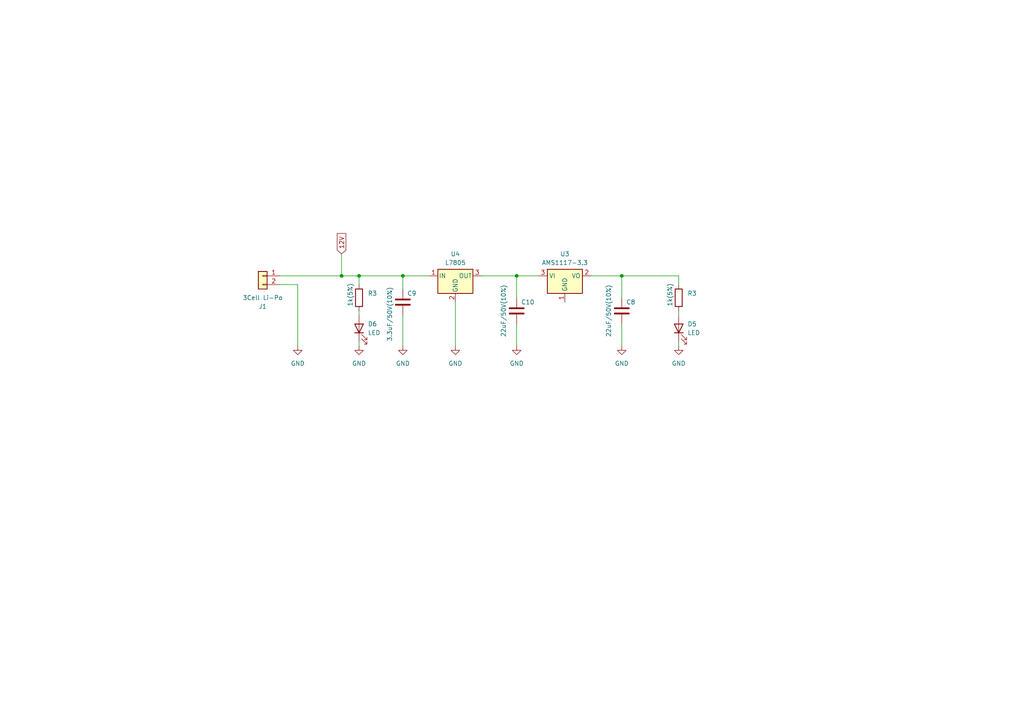
<source format=kicad_sch>
(kicad_sch (version 20230121) (generator eeschema)

  (uuid bc6c991c-d519-4b4e-943d-c4c7503527e5)

  (paper "A4")

  (lib_symbols
    (symbol "Connector_Generic:Conn_01x02" (pin_names (offset 1.016) hide) (in_bom yes) (on_board yes)
      (property "Reference" "J" (at 0 2.54 0)
        (effects (font (size 1.27 1.27)))
      )
      (property "Value" "Conn_01x02" (at 0 -5.08 0)
        (effects (font (size 1.27 1.27)))
      )
      (property "Footprint" "" (at 0 0 0)
        (effects (font (size 1.27 1.27)) hide)
      )
      (property "Datasheet" "~" (at 0 0 0)
        (effects (font (size 1.27 1.27)) hide)
      )
      (property "ki_keywords" "connector" (at 0 0 0)
        (effects (font (size 1.27 1.27)) hide)
      )
      (property "ki_description" "Generic connector, single row, 01x02, script generated (kicad-library-utils/schlib/autogen/connector/)" (at 0 0 0)
        (effects (font (size 1.27 1.27)) hide)
      )
      (property "ki_fp_filters" "Connector*:*_1x??_*" (at 0 0 0)
        (effects (font (size 1.27 1.27)) hide)
      )
      (symbol "Conn_01x02_1_1"
        (rectangle (start -1.27 -2.413) (end 0 -2.667)
          (stroke (width 0.1524) (type default))
          (fill (type none))
        )
        (rectangle (start -1.27 0.127) (end 0 -0.127)
          (stroke (width 0.1524) (type default))
          (fill (type none))
        )
        (rectangle (start -1.27 1.27) (end 1.27 -3.81)
          (stroke (width 0.254) (type default))
          (fill (type background))
        )
        (pin passive line (at -5.08 0 0) (length 3.81)
          (name "Pin_1" (effects (font (size 1.27 1.27))))
          (number "1" (effects (font (size 1.27 1.27))))
        )
        (pin passive line (at -5.08 -2.54 0) (length 3.81)
          (name "Pin_2" (effects (font (size 1.27 1.27))))
          (number "2" (effects (font (size 1.27 1.27))))
        )
      )
    )
    (symbol "Device:C" (pin_numbers hide) (pin_names (offset 0.254)) (in_bom yes) (on_board yes)
      (property "Reference" "C" (at 0.635 2.54 0)
        (effects (font (size 1.27 1.27)) (justify left))
      )
      (property "Value" "C" (at 0.635 -2.54 0)
        (effects (font (size 1.27 1.27)) (justify left))
      )
      (property "Footprint" "" (at 0.9652 -3.81 0)
        (effects (font (size 1.27 1.27)) hide)
      )
      (property "Datasheet" "~" (at 0 0 0)
        (effects (font (size 1.27 1.27)) hide)
      )
      (property "ki_keywords" "cap capacitor" (at 0 0 0)
        (effects (font (size 1.27 1.27)) hide)
      )
      (property "ki_description" "Unpolarized capacitor" (at 0 0 0)
        (effects (font (size 1.27 1.27)) hide)
      )
      (property "ki_fp_filters" "C_*" (at 0 0 0)
        (effects (font (size 1.27 1.27)) hide)
      )
      (symbol "C_0_1"
        (polyline
          (pts
            (xy -2.032 -0.762)
            (xy 2.032 -0.762)
          )
          (stroke (width 0.508) (type default))
          (fill (type none))
        )
        (polyline
          (pts
            (xy -2.032 0.762)
            (xy 2.032 0.762)
          )
          (stroke (width 0.508) (type default))
          (fill (type none))
        )
      )
      (symbol "C_1_1"
        (pin passive line (at 0 3.81 270) (length 2.794)
          (name "~" (effects (font (size 1.27 1.27))))
          (number "1" (effects (font (size 1.27 1.27))))
        )
        (pin passive line (at 0 -3.81 90) (length 2.794)
          (name "~" (effects (font (size 1.27 1.27))))
          (number "2" (effects (font (size 1.27 1.27))))
        )
      )
    )
    (symbol "Device:LED" (pin_numbers hide) (pin_names (offset 1.016) hide) (in_bom yes) (on_board yes)
      (property "Reference" "D" (at 0 2.54 0)
        (effects (font (size 1.27 1.27)))
      )
      (property "Value" "LED" (at 0 -2.54 0)
        (effects (font (size 1.27 1.27)))
      )
      (property "Footprint" "" (at 0 0 0)
        (effects (font (size 1.27 1.27)) hide)
      )
      (property "Datasheet" "~" (at 0 0 0)
        (effects (font (size 1.27 1.27)) hide)
      )
      (property "ki_keywords" "LED diode" (at 0 0 0)
        (effects (font (size 1.27 1.27)) hide)
      )
      (property "ki_description" "Light emitting diode" (at 0 0 0)
        (effects (font (size 1.27 1.27)) hide)
      )
      (property "ki_fp_filters" "LED* LED_SMD:* LED_THT:*" (at 0 0 0)
        (effects (font (size 1.27 1.27)) hide)
      )
      (symbol "LED_0_1"
        (polyline
          (pts
            (xy -1.27 -1.27)
            (xy -1.27 1.27)
          )
          (stroke (width 0.254) (type default))
          (fill (type none))
        )
        (polyline
          (pts
            (xy -1.27 0)
            (xy 1.27 0)
          )
          (stroke (width 0) (type default))
          (fill (type none))
        )
        (polyline
          (pts
            (xy 1.27 -1.27)
            (xy 1.27 1.27)
            (xy -1.27 0)
            (xy 1.27 -1.27)
          )
          (stroke (width 0.254) (type default))
          (fill (type none))
        )
        (polyline
          (pts
            (xy -3.048 -0.762)
            (xy -4.572 -2.286)
            (xy -3.81 -2.286)
            (xy -4.572 -2.286)
            (xy -4.572 -1.524)
          )
          (stroke (width 0) (type default))
          (fill (type none))
        )
        (polyline
          (pts
            (xy -1.778 -0.762)
            (xy -3.302 -2.286)
            (xy -2.54 -2.286)
            (xy -3.302 -2.286)
            (xy -3.302 -1.524)
          )
          (stroke (width 0) (type default))
          (fill (type none))
        )
      )
      (symbol "LED_1_1"
        (pin passive line (at -3.81 0 0) (length 2.54)
          (name "K" (effects (font (size 1.27 1.27))))
          (number "1" (effects (font (size 1.27 1.27))))
        )
        (pin passive line (at 3.81 0 180) (length 2.54)
          (name "A" (effects (font (size 1.27 1.27))))
          (number "2" (effects (font (size 1.27 1.27))))
        )
      )
    )
    (symbol "Device:R" (pin_numbers hide) (pin_names (offset 0)) (in_bom yes) (on_board yes)
      (property "Reference" "R" (at 2.032 0 90)
        (effects (font (size 1.27 1.27)))
      )
      (property "Value" "R" (at 0 0 90)
        (effects (font (size 1.27 1.27)))
      )
      (property "Footprint" "" (at -1.778 0 90)
        (effects (font (size 1.27 1.27)) hide)
      )
      (property "Datasheet" "~" (at 0 0 0)
        (effects (font (size 1.27 1.27)) hide)
      )
      (property "ki_keywords" "R res resistor" (at 0 0 0)
        (effects (font (size 1.27 1.27)) hide)
      )
      (property "ki_description" "Resistor" (at 0 0 0)
        (effects (font (size 1.27 1.27)) hide)
      )
      (property "ki_fp_filters" "R_*" (at 0 0 0)
        (effects (font (size 1.27 1.27)) hide)
      )
      (symbol "R_0_1"
        (rectangle (start -1.016 -2.54) (end 1.016 2.54)
          (stroke (width 0.254) (type default))
          (fill (type none))
        )
      )
      (symbol "R_1_1"
        (pin passive line (at 0 3.81 270) (length 1.27)
          (name "~" (effects (font (size 1.27 1.27))))
          (number "1" (effects (font (size 1.27 1.27))))
        )
        (pin passive line (at 0 -3.81 90) (length 1.27)
          (name "~" (effects (font (size 1.27 1.27))))
          (number "2" (effects (font (size 1.27 1.27))))
        )
      )
    )
    (symbol "Regulator_Linear:AMS1117-3.3" (in_bom yes) (on_board yes)
      (property "Reference" "U" (at -3.81 3.175 0)
        (effects (font (size 1.27 1.27)))
      )
      (property "Value" "AMS1117-3.3" (at 0 3.175 0)
        (effects (font (size 1.27 1.27)) (justify left))
      )
      (property "Footprint" "Package_TO_SOT_SMD:SOT-223-3_TabPin2" (at 0 5.08 0)
        (effects (font (size 1.27 1.27)) hide)
      )
      (property "Datasheet" "http://www.advanced-monolithic.com/pdf/ds1117.pdf" (at 2.54 -6.35 0)
        (effects (font (size 1.27 1.27)) hide)
      )
      (property "ki_keywords" "linear regulator ldo fixed positive" (at 0 0 0)
        (effects (font (size 1.27 1.27)) hide)
      )
      (property "ki_description" "1A Low Dropout regulator, positive, 3.3V fixed output, SOT-223" (at 0 0 0)
        (effects (font (size 1.27 1.27)) hide)
      )
      (property "ki_fp_filters" "SOT?223*TabPin2*" (at 0 0 0)
        (effects (font (size 1.27 1.27)) hide)
      )
      (symbol "AMS1117-3.3_0_1"
        (rectangle (start -5.08 -5.08) (end 5.08 1.905)
          (stroke (width 0.254) (type default))
          (fill (type background))
        )
      )
      (symbol "AMS1117-3.3_1_1"
        (pin power_in line (at 0 -7.62 90) (length 2.54)
          (name "GND" (effects (font (size 1.27 1.27))))
          (number "1" (effects (font (size 1.27 1.27))))
        )
        (pin power_out line (at 7.62 0 180) (length 2.54)
          (name "VO" (effects (font (size 1.27 1.27))))
          (number "2" (effects (font (size 1.27 1.27))))
        )
        (pin power_in line (at -7.62 0 0) (length 2.54)
          (name "VI" (effects (font (size 1.27 1.27))))
          (number "3" (effects (font (size 1.27 1.27))))
        )
      )
    )
    (symbol "Regulator_Linear:L7805" (pin_names (offset 0.254)) (in_bom yes) (on_board yes)
      (property "Reference" "U" (at -3.81 3.175 0)
        (effects (font (size 1.27 1.27)))
      )
      (property "Value" "L7805" (at 0 3.175 0)
        (effects (font (size 1.27 1.27)) (justify left))
      )
      (property "Footprint" "" (at 0.635 -3.81 0)
        (effects (font (size 1.27 1.27) italic) (justify left) hide)
      )
      (property "Datasheet" "http://www.st.com/content/ccc/resource/technical/document/datasheet/41/4f/b3/b0/12/d4/47/88/CD00000444.pdf/files/CD00000444.pdf/jcr:content/translations/en.CD00000444.pdf" (at 0 -1.27 0)
        (effects (font (size 1.27 1.27)) hide)
      )
      (property "ki_keywords" "Voltage Regulator 1.5A Positive" (at 0 0 0)
        (effects (font (size 1.27 1.27)) hide)
      )
      (property "ki_description" "Positive 1.5A 35V Linear Regulator, Fixed Output 5V, TO-220/TO-263/TO-252" (at 0 0 0)
        (effects (font (size 1.27 1.27)) hide)
      )
      (property "ki_fp_filters" "TO?252* TO?263* TO?220*" (at 0 0 0)
        (effects (font (size 1.27 1.27)) hide)
      )
      (symbol "L7805_0_1"
        (rectangle (start -5.08 1.905) (end 5.08 -5.08)
          (stroke (width 0.254) (type default))
          (fill (type background))
        )
      )
      (symbol "L7805_1_1"
        (pin power_in line (at -7.62 0 0) (length 2.54)
          (name "IN" (effects (font (size 1.27 1.27))))
          (number "1" (effects (font (size 1.27 1.27))))
        )
        (pin power_in line (at 0 -7.62 90) (length 2.54)
          (name "GND" (effects (font (size 1.27 1.27))))
          (number "2" (effects (font (size 1.27 1.27))))
        )
        (pin power_out line (at 7.62 0 180) (length 2.54)
          (name "OUT" (effects (font (size 1.27 1.27))))
          (number "3" (effects (font (size 1.27 1.27))))
        )
      )
    )
    (symbol "power:GND" (power) (pin_names (offset 0)) (in_bom yes) (on_board yes)
      (property "Reference" "#PWR" (at 0 -6.35 0)
        (effects (font (size 1.27 1.27)) hide)
      )
      (property "Value" "GND" (at 0 -3.81 0)
        (effects (font (size 1.27 1.27)))
      )
      (property "Footprint" "" (at 0 0 0)
        (effects (font (size 1.27 1.27)) hide)
      )
      (property "Datasheet" "" (at 0 0 0)
        (effects (font (size 1.27 1.27)) hide)
      )
      (property "ki_keywords" "global power" (at 0 0 0)
        (effects (font (size 1.27 1.27)) hide)
      )
      (property "ki_description" "Power symbol creates a global label with name \"GND\" , ground" (at 0 0 0)
        (effects (font (size 1.27 1.27)) hide)
      )
      (symbol "GND_0_1"
        (polyline
          (pts
            (xy 0 0)
            (xy 0 -1.27)
            (xy 1.27 -1.27)
            (xy 0 -2.54)
            (xy -1.27 -1.27)
            (xy 0 -1.27)
          )
          (stroke (width 0) (type default))
          (fill (type none))
        )
      )
      (symbol "GND_1_1"
        (pin power_in line (at 0 0 270) (length 0) hide
          (name "GND" (effects (font (size 1.27 1.27))))
          (number "1" (effects (font (size 1.27 1.27))))
        )
      )
    )
  )

  (junction (at 116.84 80.01) (diameter 0) (color 0 0 0 0)
    (uuid 7bd6e842-2fac-4ae9-94e3-8f9adf525da4)
  )
  (junction (at 180.34 80.01) (diameter 0) (color 0 0 0 0)
    (uuid 8d7c888a-49ea-4f7d-bdba-c39476154a4a)
  )
  (junction (at 99.06 80.01) (diameter 0) (color 0 0 0 0)
    (uuid ad7426be-2425-4f8a-9362-32dad4cfc984)
  )
  (junction (at 149.86 80.01) (diameter 0) (color 0 0 0 0)
    (uuid bb3cbf93-d2a0-4f0d-a541-2e9aeeb4b8f4)
  )
  (junction (at 104.14 80.01) (diameter 0) (color 0 0 0 0)
    (uuid d4781f33-8e4f-4a3f-a287-d2b450deb3e9)
  )

  (wire (pts (xy 99.06 73.66) (xy 99.06 80.01))
    (stroke (width 0) (type default))
    (uuid 03816cd6-8e63-4015-81d7-caac066bb524)
  )
  (wire (pts (xy 149.86 80.01) (xy 156.21 80.01))
    (stroke (width 0) (type default))
    (uuid 07c8001a-7a04-4536-8cff-0ca6253149ae)
  )
  (wire (pts (xy 196.85 100.33) (xy 196.85 99.06))
    (stroke (width 0) (type default))
    (uuid 13c9996a-763b-42ae-a66a-ceea697b92ac)
  )
  (wire (pts (xy 116.84 91.44) (xy 116.84 100.33))
    (stroke (width 0) (type default))
    (uuid 21b55d2e-2ee3-471a-9c04-0a8a6919efbb)
  )
  (wire (pts (xy 116.84 83.82) (xy 116.84 80.01))
    (stroke (width 0) (type default))
    (uuid 2abb8472-f0ad-4bfd-b63b-c165b4ad8bfc)
  )
  (wire (pts (xy 180.34 86.36) (xy 180.34 80.01))
    (stroke (width 0) (type default))
    (uuid 2b12eff6-a1f0-4c0f-93e0-3fa0ac913803)
  )
  (wire (pts (xy 180.34 80.01) (xy 196.85 80.01))
    (stroke (width 0) (type default))
    (uuid 2c4f2930-15ec-48d3-a679-5782fba92642)
  )
  (wire (pts (xy 81.28 80.01) (xy 99.06 80.01))
    (stroke (width 0) (type default))
    (uuid 31d31e33-e295-43cf-adda-7141a55beb03)
  )
  (wire (pts (xy 196.85 80.01) (xy 196.85 82.55))
    (stroke (width 0) (type default))
    (uuid 3428a1f4-7053-4ec7-8ed7-a4f48ae5ed89)
  )
  (wire (pts (xy 104.14 80.01) (xy 116.84 80.01))
    (stroke (width 0) (type default))
    (uuid 43e9aed2-3675-4af8-b2f3-1b43ff6e46d9)
  )
  (wire (pts (xy 104.14 91.44) (xy 104.14 90.17))
    (stroke (width 0) (type default))
    (uuid 54878388-d502-44fd-9e5e-cc1a525dcece)
  )
  (wire (pts (xy 139.7 80.01) (xy 149.86 80.01))
    (stroke (width 0) (type default))
    (uuid 66c2656b-8003-452a-9247-58217831a08f)
  )
  (wire (pts (xy 104.14 100.33) (xy 104.14 99.06))
    (stroke (width 0) (type default))
    (uuid 702dd26f-9cc6-47bb-9edd-244b95df0d83)
  )
  (wire (pts (xy 180.34 93.98) (xy 180.34 100.33))
    (stroke (width 0) (type default))
    (uuid 91662dd9-6a7a-494b-88dd-2aad23a4bb54)
  )
  (wire (pts (xy 132.08 87.63) (xy 132.08 100.33))
    (stroke (width 0) (type default))
    (uuid 9491059b-f7a5-42f1-b67f-1d33fe4a5ecf)
  )
  (wire (pts (xy 149.86 86.36) (xy 149.86 80.01))
    (stroke (width 0) (type default))
    (uuid a6a757af-0467-4ef2-a71c-3134da8bda7e)
  )
  (wire (pts (xy 196.85 91.44) (xy 196.85 90.17))
    (stroke (width 0) (type default))
    (uuid b4883885-51fc-42fe-88ae-a766f057ca8e)
  )
  (wire (pts (xy 171.45 80.01) (xy 180.34 80.01))
    (stroke (width 0) (type default))
    (uuid b8bb8f26-653d-4b99-a64d-121d00212eb9)
  )
  (wire (pts (xy 99.06 80.01) (xy 104.14 80.01))
    (stroke (width 0) (type default))
    (uuid bbe1c5b9-f37c-49d1-a61f-cc2275db513f)
  )
  (wire (pts (xy 116.84 80.01) (xy 124.46 80.01))
    (stroke (width 0) (type default))
    (uuid c124a0a7-ff3b-4376-a4a5-ef7496530c07)
  )
  (wire (pts (xy 86.36 82.55) (xy 81.28 82.55))
    (stroke (width 0) (type default))
    (uuid d0fd1c63-e699-41d1-bf8f-7a395599679b)
  )
  (wire (pts (xy 104.14 80.01) (xy 104.14 82.55))
    (stroke (width 0) (type default))
    (uuid d66ceb75-b3cf-49c3-b303-452398024a6e)
  )
  (wire (pts (xy 149.86 93.98) (xy 149.86 100.33))
    (stroke (width 0) (type default))
    (uuid d732206f-e3f8-4932-9b67-b82198cef35c)
  )
  (wire (pts (xy 86.36 100.33) (xy 86.36 82.55))
    (stroke (width 0) (type default))
    (uuid e326f06c-68b8-450c-bc6d-651db0553664)
  )

  (global_label "12V" (shape input) (at 99.06 73.66 90) (fields_autoplaced)
    (effects (font (size 1.27 1.27)) (justify left))
    (uuid dcd09db5-d6b7-464e-9106-28319e0e2e4c)
    (property "Intersheetrefs" "${INTERSHEET_REFS}" (at 99.06 67.1672 90)
      (effects (font (size 1.27 1.27)) (justify left) hide)
    )
  )

  (symbol (lib_id "Connector_Generic:Conn_01x02") (at 76.2 80.01 0) (mirror y) (unit 1)
    (in_bom yes) (on_board yes) (dnp no)
    (uuid 05691d7e-ddb5-4925-a586-3cdbfefec1f6)
    (property "Reference" "J1" (at 76.2 88.9 0)
      (effects (font (size 1.27 1.27)))
    )
    (property "Value" "3Cell Li-Po" (at 76.2 86.36 0)
      (effects (font (size 1.27 1.27)))
    )
    (property "Footprint" "Connector_PinSocket_2.54mm:PinSocket_1x02_P2.54mm_Vertical" (at 76.2 80.01 0)
      (effects (font (size 1.27 1.27)) hide)
    )
    (property "Datasheet" "~" (at 76.2 80.01 0)
      (effects (font (size 1.27 1.27)) hide)
    )
    (pin "1" (uuid 3dc2b7f5-eff1-4325-b77c-2742ea713911))
    (pin "2" (uuid 56fa72b0-385a-41f7-aa74-b90bf9557968))
    (instances
      (project "SJ_V3"
        (path "/6e0bec92-6b35-41b6-a0c5-083110db351f/7125b234-67ac-4777-b3d0-807684680da1"
          (reference "J1") (unit 1)
        )
      )
    )
  )

  (symbol (lib_id "power:GND") (at 180.34 100.33 0) (unit 1)
    (in_bom yes) (on_board yes) (dnp no)
    (uuid 0de066e0-1b3b-4002-8fca-22228dbd7479)
    (property "Reference" "#PWR017" (at 180.34 106.68 0)
      (effects (font (size 1.27 1.27)) hide)
    )
    (property "Value" "GND" (at 180.34 105.41 0)
      (effects (font (size 1.27 1.27)))
    )
    (property "Footprint" "" (at 180.34 100.33 0)
      (effects (font (size 1.27 1.27)) hide)
    )
    (property "Datasheet" "" (at 180.34 100.33 0)
      (effects (font (size 1.27 1.27)) hide)
    )
    (pin "1" (uuid 92e8e097-3408-4f35-881e-cbe89273f505))
    (instances
      (project "SJ_V3"
        (path "/6e0bec92-6b35-41b6-a0c5-083110db351f/7125b234-67ac-4777-b3d0-807684680da1"
          (reference "#PWR017") (unit 1)
        )
      )
    )
  )

  (symbol (lib_id "power:GND") (at 116.84 100.33 0) (unit 1)
    (in_bom yes) (on_board yes) (dnp no)
    (uuid 11b81aaf-fd59-48c2-9f84-9e405e616145)
    (property "Reference" "#PWR021" (at 116.84 106.68 0)
      (effects (font (size 1.27 1.27)) hide)
    )
    (property "Value" "GND" (at 116.84 105.41 0)
      (effects (font (size 1.27 1.27)))
    )
    (property "Footprint" "" (at 116.84 100.33 0)
      (effects (font (size 1.27 1.27)) hide)
    )
    (property "Datasheet" "" (at 116.84 100.33 0)
      (effects (font (size 1.27 1.27)) hide)
    )
    (pin "1" (uuid 55e646c2-fead-4fb5-adc7-e1d39ed8bf88))
    (instances
      (project "SJ_V3"
        (path "/6e0bec92-6b35-41b6-a0c5-083110db351f/7125b234-67ac-4777-b3d0-807684680da1"
          (reference "#PWR021") (unit 1)
        )
      )
    )
  )

  (symbol (lib_id "Device:LED") (at 196.85 95.25 90) (unit 1)
    (in_bom yes) (on_board yes) (dnp no)
    (uuid 2115bca9-0771-4318-93ff-bb4ef873851f)
    (property "Reference" "D5" (at 199.39 93.98 90)
      (effects (font (size 1.27 1.27)) (justify right))
    )
    (property "Value" "LED" (at 199.39 96.52 90)
      (effects (font (size 1.27 1.27)) (justify right))
    )
    (property "Footprint" "LED_SMD:LED_1206_3216Metric_Pad1.42x1.75mm_HandSolder" (at 196.85 95.25 0)
      (effects (font (size 1.27 1.27)) hide)
    )
    (property "Datasheet" "~" (at 196.85 95.25 0)
      (effects (font (size 1.27 1.27)) hide)
    )
    (pin "1" (uuid edce33df-33b2-457f-bf7e-3c5cbb33b72a))
    (pin "2" (uuid 2db8604a-1257-43fa-abbb-dc89f64f2512))
    (instances
      (project "SJ_V3"
        (path "/6e0bec92-6b35-41b6-a0c5-083110db351f/7125b234-67ac-4777-b3d0-807684680da1"
          (reference "D5") (unit 1)
        )
      )
    )
  )

  (symbol (lib_id "Device:C") (at 180.34 90.17 0) (unit 1)
    (in_bom yes) (on_board yes) (dnp no)
    (uuid 265ac0dc-f1be-4daf-8022-d16e77e79103)
    (property "Reference" "C8" (at 181.61 87.63 0)
      (effects (font (size 1.27 1.27)) (justify left))
    )
    (property "Value" "22uF/50V(10%)" (at 176.53 97.79 90)
      (effects (font (size 1.27 1.27)) (justify left))
    )
    (property "Footprint" "Capacitor_SMD:C_0603_1608Metric_Pad1.08x0.95mm_HandSolder" (at 181.3052 93.98 0)
      (effects (font (size 1.27 1.27)) hide)
    )
    (property "Datasheet" "~" (at 180.34 90.17 0)
      (effects (font (size 1.27 1.27)) hide)
    )
    (pin "1" (uuid 9bf126c9-8dca-4569-b489-2281ad972340))
    (pin "2" (uuid 826843c4-ffb1-4b34-8699-a15cc1f62b4e))
    (instances
      (project "SJ_V3"
        (path "/6e0bec92-6b35-41b6-a0c5-083110db351f/7125b234-67ac-4777-b3d0-807684680da1"
          (reference "C8") (unit 1)
        )
      )
    )
  )

  (symbol (lib_id "power:GND") (at 104.14 100.33 0) (unit 1)
    (in_bom yes) (on_board yes) (dnp no)
    (uuid 38649cc3-f782-426d-86b6-b3975512ad04)
    (property "Reference" "#PWR020" (at 104.14 106.68 0)
      (effects (font (size 1.27 1.27)) hide)
    )
    (property "Value" "GND" (at 104.14 105.41 0)
      (effects (font (size 1.27 1.27)))
    )
    (property "Footprint" "" (at 104.14 100.33 0)
      (effects (font (size 1.27 1.27)) hide)
    )
    (property "Datasheet" "" (at 104.14 100.33 0)
      (effects (font (size 1.27 1.27)) hide)
    )
    (pin "1" (uuid 69b113e7-5819-4640-9464-f49dab5eafba))
    (instances
      (project "SJ_V3"
        (path "/6e0bec92-6b35-41b6-a0c5-083110db351f/7125b234-67ac-4777-b3d0-807684680da1"
          (reference "#PWR020") (unit 1)
        )
      )
    )
  )

  (symbol (lib_id "Regulator_Linear:AMS1117-3.3") (at 163.83 80.01 0) (unit 1)
    (in_bom yes) (on_board yes) (dnp no) (fields_autoplaced)
    (uuid 3c18f510-ac8d-4235-b255-26e20fc3c45b)
    (property "Reference" "U3" (at 163.83 73.66 0)
      (effects (font (size 1.27 1.27)))
    )
    (property "Value" "AMS1117-3.3" (at 163.83 76.2 0)
      (effects (font (size 1.27 1.27)))
    )
    (property "Footprint" "Package_TO_SOT_SMD:TO-252-3_TabPin2" (at 163.83 74.93 0)
      (effects (font (size 1.27 1.27)) hide)
    )
    (property "Datasheet" "http://www.advanced-monolithic.com/pdf/ds1117.pdf" (at 166.37 86.36 0)
      (effects (font (size 1.27 1.27)) hide)
    )
    (pin "1" (uuid 12d2714d-35fe-43ac-b9a2-2a8e3bba18d1))
    (pin "2" (uuid 72c2ad8d-9913-4c9c-bd2e-5e41ad768265))
    (pin "3" (uuid 47e7eaa0-ee40-47f6-9ef9-1e4280b712e3))
    (instances
      (project "SJ_V3"
        (path "/6e0bec92-6b35-41b6-a0c5-083110db351f/7125b234-67ac-4777-b3d0-807684680da1"
          (reference "U3") (unit 1)
        )
      )
    )
  )

  (symbol (lib_id "power:GND") (at 132.08 100.33 0) (unit 1)
    (in_bom yes) (on_board yes) (dnp no) (fields_autoplaced)
    (uuid 4dcfbe82-6e8a-4fb3-8317-16f93c0e2bd4)
    (property "Reference" "#PWR019" (at 132.08 106.68 0)
      (effects (font (size 1.27 1.27)) hide)
    )
    (property "Value" "GND" (at 132.08 105.41 0)
      (effects (font (size 1.27 1.27)))
    )
    (property "Footprint" "" (at 132.08 100.33 0)
      (effects (font (size 1.27 1.27)) hide)
    )
    (property "Datasheet" "" (at 132.08 100.33 0)
      (effects (font (size 1.27 1.27)) hide)
    )
    (pin "1" (uuid 39b72958-8fff-42b5-9981-a253c3d0934b))
    (instances
      (project "SJ_V3"
        (path "/6e0bec92-6b35-41b6-a0c5-083110db351f/7125b234-67ac-4777-b3d0-807684680da1"
          (reference "#PWR019") (unit 1)
        )
      )
    )
  )

  (symbol (lib_id "Device:R") (at 104.14 86.36 0) (unit 1)
    (in_bom yes) (on_board yes) (dnp no)
    (uuid 50adaeef-b7d7-48fc-aff2-4dbd3e707f0a)
    (property "Reference" "R3" (at 106.68 85.09 0)
      (effects (font (size 1.27 1.27)) (justify left))
    )
    (property "Value" "1k(5%)" (at 101.6 88.9 90)
      (effects (font (size 1.27 1.27)) (justify left))
    )
    (property "Footprint" "Resistor_SMD:R_0603_1608Metric_Pad0.98x0.95mm_HandSolder" (at 102.362 86.36 90)
      (effects (font (size 1.27 1.27)) hide)
    )
    (property "Datasheet" "~" (at 104.14 86.36 0)
      (effects (font (size 1.27 1.27)) hide)
    )
    (pin "1" (uuid 45726726-eb8f-4b72-8bac-825eeba39825))
    (pin "2" (uuid 8e8fa021-172a-440a-90b1-87e204e3d8b6))
    (instances
      (project "SJ_V3"
        (path "/6e0bec92-6b35-41b6-a0c5-083110db351f/0731dd63-e1fa-4e1a-820c-2e81c9a170c0"
          (reference "R3") (unit 1)
        )
        (path "/6e0bec92-6b35-41b6-a0c5-083110db351f/7125b234-67ac-4777-b3d0-807684680da1"
          (reference "R10") (unit 1)
        )
      )
    )
  )

  (symbol (lib_id "power:GND") (at 149.86 100.33 0) (unit 1)
    (in_bom yes) (on_board yes) (dnp no)
    (uuid 58b66406-a374-4751-a8a9-c5acfcac2c45)
    (property "Reference" "#PWR022" (at 149.86 106.68 0)
      (effects (font (size 1.27 1.27)) hide)
    )
    (property "Value" "GND" (at 149.86 105.41 0)
      (effects (font (size 1.27 1.27)))
    )
    (property "Footprint" "" (at 149.86 100.33 0)
      (effects (font (size 1.27 1.27)) hide)
    )
    (property "Datasheet" "" (at 149.86 100.33 0)
      (effects (font (size 1.27 1.27)) hide)
    )
    (pin "1" (uuid b73b1737-b3e4-4e46-bdb3-f5e8961adbc2))
    (instances
      (project "SJ_V3"
        (path "/6e0bec92-6b35-41b6-a0c5-083110db351f/7125b234-67ac-4777-b3d0-807684680da1"
          (reference "#PWR022") (unit 1)
        )
      )
    )
  )

  (symbol (lib_id "Device:C") (at 149.86 90.17 0) (unit 1)
    (in_bom yes) (on_board yes) (dnp no)
    (uuid 73235118-8e11-47bc-96a8-27844d82c022)
    (property "Reference" "C10" (at 151.13 87.63 0)
      (effects (font (size 1.27 1.27)) (justify left))
    )
    (property "Value" "22uF/50V(10%)" (at 146.05 97.79 90)
      (effects (font (size 1.27 1.27)) (justify left))
    )
    (property "Footprint" "Capacitor_SMD:C_0603_1608Metric_Pad1.08x0.95mm_HandSolder" (at 150.8252 93.98 0)
      (effects (font (size 1.27 1.27)) hide)
    )
    (property "Datasheet" "~" (at 149.86 90.17 0)
      (effects (font (size 1.27 1.27)) hide)
    )
    (pin "1" (uuid 384780f6-be30-4712-8592-76e8b965f90e))
    (pin "2" (uuid e350ee39-d036-41f2-a045-06f4548195a3))
    (instances
      (project "SJ_V3"
        (path "/6e0bec92-6b35-41b6-a0c5-083110db351f/7125b234-67ac-4777-b3d0-807684680da1"
          (reference "C10") (unit 1)
        )
      )
    )
  )

  (symbol (lib_id "Device:LED") (at 104.14 95.25 90) (unit 1)
    (in_bom yes) (on_board yes) (dnp no)
    (uuid a091c59b-a4a0-41d4-9f31-011fef2e664a)
    (property "Reference" "D6" (at 106.68 93.98 90)
      (effects (font (size 1.27 1.27)) (justify right))
    )
    (property "Value" "LED" (at 106.68 96.52 90)
      (effects (font (size 1.27 1.27)) (justify right))
    )
    (property "Footprint" "LED_SMD:LED_1206_3216Metric_Pad1.42x1.75mm_HandSolder" (at 104.14 95.25 0)
      (effects (font (size 1.27 1.27)) hide)
    )
    (property "Datasheet" "~" (at 104.14 95.25 0)
      (effects (font (size 1.27 1.27)) hide)
    )
    (pin "1" (uuid 7c4ea939-7cf2-4a62-8169-ebc3201b19a8))
    (pin "2" (uuid 39f64ecf-ee36-4775-a8b0-3d24c4b17932))
    (instances
      (project "SJ_V3"
        (path "/6e0bec92-6b35-41b6-a0c5-083110db351f/7125b234-67ac-4777-b3d0-807684680da1"
          (reference "D6") (unit 1)
        )
      )
    )
  )

  (symbol (lib_id "power:GND") (at 86.36 100.33 0) (unit 1)
    (in_bom yes) (on_board yes) (dnp no) (fields_autoplaced)
    (uuid b615de3a-f373-4251-85aa-f26358f52aa1)
    (property "Reference" "#PWR016" (at 86.36 106.68 0)
      (effects (font (size 1.27 1.27)) hide)
    )
    (property "Value" "GND" (at 86.36 105.41 0)
      (effects (font (size 1.27 1.27)))
    )
    (property "Footprint" "" (at 86.36 100.33 0)
      (effects (font (size 1.27 1.27)) hide)
    )
    (property "Datasheet" "" (at 86.36 100.33 0)
      (effects (font (size 1.27 1.27)) hide)
    )
    (pin "1" (uuid 0700b466-b0f0-46de-a2c5-b7a632f96315))
    (instances
      (project "SJ_V3"
        (path "/6e0bec92-6b35-41b6-a0c5-083110db351f/7125b234-67ac-4777-b3d0-807684680da1"
          (reference "#PWR016") (unit 1)
        )
      )
    )
  )

  (symbol (lib_id "Device:R") (at 196.85 86.36 0) (unit 1)
    (in_bom yes) (on_board yes) (dnp no)
    (uuid c388d0c0-448e-4dcb-b7fc-11ba59c5ece8)
    (property "Reference" "R3" (at 199.39 85.09 0)
      (effects (font (size 1.27 1.27)) (justify left))
    )
    (property "Value" "1k(5%)" (at 194.31 88.9 90)
      (effects (font (size 1.27 1.27)) (justify left))
    )
    (property "Footprint" "Resistor_SMD:R_0603_1608Metric_Pad0.98x0.95mm_HandSolder" (at 195.072 86.36 90)
      (effects (font (size 1.27 1.27)) hide)
    )
    (property "Datasheet" "~" (at 196.85 86.36 0)
      (effects (font (size 1.27 1.27)) hide)
    )
    (pin "1" (uuid e499b893-7652-476b-9d06-8553cdc3a01e))
    (pin "2" (uuid 57aa1195-44d1-4736-a3e6-ecd682290360))
    (instances
      (project "SJ_V3"
        (path "/6e0bec92-6b35-41b6-a0c5-083110db351f/0731dd63-e1fa-4e1a-820c-2e81c9a170c0"
          (reference "R3") (unit 1)
        )
        (path "/6e0bec92-6b35-41b6-a0c5-083110db351f/7125b234-67ac-4777-b3d0-807684680da1"
          (reference "R8") (unit 1)
        )
      )
    )
  )

  (symbol (lib_id "Regulator_Linear:L7805") (at 132.08 80.01 0) (unit 1)
    (in_bom yes) (on_board yes) (dnp no) (fields_autoplaced)
    (uuid d373795a-e42e-430e-95c6-c3d10506681c)
    (property "Reference" "U4" (at 132.08 73.66 0)
      (effects (font (size 1.27 1.27)))
    )
    (property "Value" "L7805" (at 132.08 76.2 0)
      (effects (font (size 1.27 1.27)))
    )
    (property "Footprint" "Package_TO_SOT_THT:TO-220-3_Horizontal_TabDown" (at 132.715 83.82 0)
      (effects (font (size 1.27 1.27) italic) (justify left) hide)
    )
    (property "Datasheet" "http://www.st.com/content/ccc/resource/technical/document/datasheet/41/4f/b3/b0/12/d4/47/88/CD00000444.pdf/files/CD00000444.pdf/jcr:content/translations/en.CD00000444.pdf" (at 132.08 81.28 0)
      (effects (font (size 1.27 1.27)) hide)
    )
    (pin "1" (uuid 781fb045-048c-47f0-9ee2-80b6d13226f1))
    (pin "2" (uuid 5647d5ce-416c-49a4-82e3-588748940d39))
    (pin "3" (uuid 5a3bb482-44b0-4d77-8193-5459139a9f17))
    (instances
      (project "SJ_V3"
        (path "/6e0bec92-6b35-41b6-a0c5-083110db351f/7125b234-67ac-4777-b3d0-807684680da1"
          (reference "U4") (unit 1)
        )
      )
    )
  )

  (symbol (lib_id "power:GND") (at 196.85 100.33 0) (unit 1)
    (in_bom yes) (on_board yes) (dnp no)
    (uuid e68cb888-be8b-4aab-8741-4f4d4e4fd9d7)
    (property "Reference" "#PWR018" (at 196.85 106.68 0)
      (effects (font (size 1.27 1.27)) hide)
    )
    (property "Value" "GND" (at 196.85 105.41 0)
      (effects (font (size 1.27 1.27)))
    )
    (property "Footprint" "" (at 196.85 100.33 0)
      (effects (font (size 1.27 1.27)) hide)
    )
    (property "Datasheet" "" (at 196.85 100.33 0)
      (effects (font (size 1.27 1.27)) hide)
    )
    (pin "1" (uuid 3c38336f-9a57-4d26-a926-1598276da7be))
    (instances
      (project "SJ_V3"
        (path "/6e0bec92-6b35-41b6-a0c5-083110db351f/7125b234-67ac-4777-b3d0-807684680da1"
          (reference "#PWR018") (unit 1)
        )
      )
    )
  )

  (symbol (lib_id "Device:C") (at 116.84 87.63 0) (unit 1)
    (in_bom yes) (on_board yes) (dnp no)
    (uuid ee520e0a-9f60-458b-a383-b39c43cadb06)
    (property "Reference" "C9" (at 118.11 85.09 0)
      (effects (font (size 1.27 1.27)) (justify left))
    )
    (property "Value" "3.3uF/50V(10%)" (at 113.03 99.06 90)
      (effects (font (size 1.27 1.27)) (justify left))
    )
    (property "Footprint" "Capacitor_SMD:C_0603_1608Metric_Pad1.08x0.95mm_HandSolder" (at 117.8052 91.44 0)
      (effects (font (size 1.27 1.27)) hide)
    )
    (property "Datasheet" "~" (at 116.84 87.63 0)
      (effects (font (size 1.27 1.27)) hide)
    )
    (pin "1" (uuid e1532f86-088f-4990-9345-d08ed3511fea))
    (pin "2" (uuid 480712fd-5902-4aee-9e71-ace0073fbb04))
    (instances
      (project "SJ_V3"
        (path "/6e0bec92-6b35-41b6-a0c5-083110db351f/7125b234-67ac-4777-b3d0-807684680da1"
          (reference "C9") (unit 1)
        )
      )
    )
  )
)

</source>
